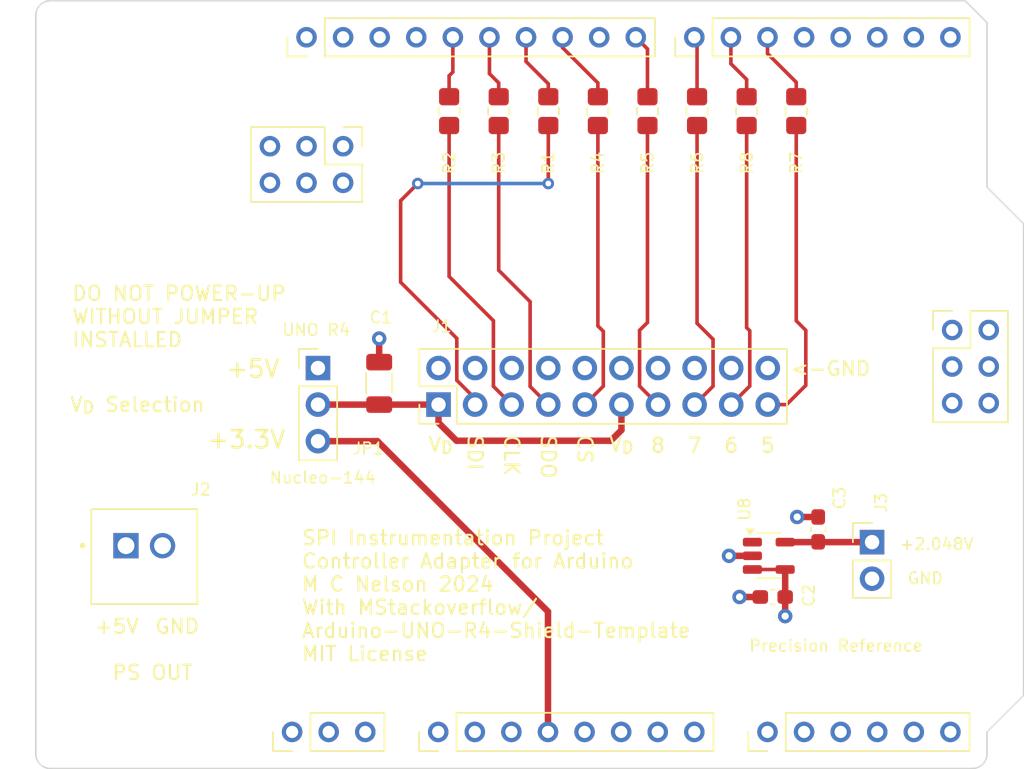
<source format=kicad_pcb>
(kicad_pcb (version 20240108) (generator "pcbnew") (generator_version "8.0")
  (title_block (title "Arduino UNO R4 Shield Template PCB") (date "2023-07-13") (rev "1.0") (company "MStackoverflow"))
  (layers (0 "F.Cu" signal) (1 "In1.Cu" signal) (2 "In2.Cu" signal) (31 "B.Cu" signal) (34 "B.Paste" user) (35 "F.Paste" user) (36 "B.SilkS" user "B.Silkscreen") (37 "F.SilkS" user "F.Silkscreen") (38 "B.Mask" user) (39 "F.Mask" user) (44 "Edge.Cuts" user))
  (net 0 "")
  (net 1 "Earth")
  (net 2 "Vd")
  (net 3 "SPI:CLK")
  (net 4 "SPI:SDI")
  (net 5 "SPI:CS_CNVST")
  (net 6 "CCD:SPR")
  (net 7 "CCD:SH")
  (net 8 "CCD:CLK")
  (net 9 "CCD:ICG")
  (net 10 "SPI:SDO")
  (net 11 "+5V")
  (net 12 "/Vrefout")
  (net 43 "Net-(U6-~D11{slash}COPI)")
  (net 44 "Net-(U6-D13{slash}SCK{slash}CANRX0)")
  (net 45 "Net-(U6-D12{slash}CIPO)")
  (net 46 "Net-(U6-~D10{slash}CS{slash}CANTX0)")
  (net 47 "Net-(U6-D8)")
  (net 48 "Net-(U7-D7)")
  (net 49 "Net-(U7-~D5)")
  (net 50 "Net-(U7-~D6)")
  (net 52 "+3.3V")
  (footprint "Connector_PinHeader_2.54mm:PinHeader_1x03_P2.54mm_Vertical" (layer "F.Cu") (at 126.27 91.56)
    (property "Reference" "JP1" (at 3.49 5.59 180) (layer "F.SilkS") (effects (font (size 0.8 0.8) (thickness 0.12))))
    (property "Value" "Conn_01x03_Male")
    (fp_line (start -1.33 -1.33) (end 0 -1.33) (stroke (width 0.12)) (layer "F.SilkS"))
    (fp_line (start -1.33 0) (end -1.33 -1.33) (stroke (width 0.12)) (layer "F.SilkS"))
    (fp_line (start -1.33 1.27) (end -1.33 6.41) (stroke (width 0.12)) (layer "F.SilkS"))
    (fp_line (start -1.33 1.27) (end 1.33 1.27) (stroke (width 0.12)) (layer "F.SilkS"))
    (fp_line (start -1.33 6.41) (end 1.33 6.41) (stroke (width 0.12)) (layer "F.SilkS"))
    (fp_line (start 1.33 1.27) (end 1.33 6.41) (stroke (width 0.12)) (layer "F.SilkS"))
    (pad "1" thru_hole rect (at 0 0) (size 1.7 1.7) (drill 1) (layers "*.Cu" "*.Mask") (net 11 "+5V"))
    (pad "2" thru_hole oval (at 0 2.54) (size 1.7 1.7) (drill 1) (layers "*.Cu" "*.Mask") (net 2 "Vd"))
    (pad "3" thru_hole oval (at 0 5.08) (size 1.7 1.7) (drill 1) (layers "*.Cu" "*.Mask") (net 52 "+3.3V"))
  )
  (footprint "Capacitor_SMD:C_0603_1608Metric_Pad1.08x0.95mm_HandSolder" (layer "F.Cu") (at 157.845 107.465 180)
    (property "Reference" "C2" (at -2.5025 0.1 90) (layer "F.SilkS") (effects (font (size 0.8 0.8) (thickness 0.12))))
    (property "Value" "10u")
    (fp_line (start -0.146267 0.51) (end 0.146267 0.51) (stroke (width 0.12)) (layer "F.SilkS"))
    (fp_line (start -0.146267 -0.51) (end 0.146267 -0.51) (stroke (width 0.12)) (layer "F.SilkS"))
    (pad "1" smd roundrect (at -0.8625 0 180) (size 1.075 0.95) (layers "F.Cu" "F.Paste" "F.Mask") (net 11 "+5V"))
    (pad "2" smd roundrect (at 0.8625 0 180) (size 1.075 0.95) (layers "F.Cu" "F.Paste" "F.Mask") (net 1 "Earth"))
  )
  (footprint "ArduinoPinSockets:Arduino_PinSocket_1x03_P2.54mm_Vertical" (layer "F.Cu") (at 124.47499 116.84001 90)
    (property "Reference" "U1" (hide yes))
    (property "Value" "OFF" (hide yes))
    (fp_line (start -1.33 -1.33) (end 0 -1.33) (stroke (width 0.12)) (layer "F.SilkS"))
    (fp_line (start -1.33 0) (end -1.33 -1.33) (stroke (width 0.12)) (layer "F.SilkS"))
    (fp_line (start 1.33 1.27) (end 1.33 6.41) (stroke (width 0.12)) (layer "F.SilkS"))
    (fp_line (start -1.33 1.27) (end 1.33 1.27) (stroke (width 0.12)) (layer "F.SilkS"))
    (fp_line (start -1.33 1.27) (end -1.33 6.41) (stroke (width 0.12)) (layer "F.SilkS"))
    (fp_line (start -1.33 6.41) (end 1.33 6.41) (stroke (width 0.12)) (layer "F.SilkS"))
    (pad "1" thru_hole circle (at 0 0 90) (size 1.422 1.422) (drill 0.85) (layers "*.Cu" "*.Mask"))
    (pad "2" thru_hole circle (at 0 2.54 90) (size 1.422 1.422) (drill 0.85) (layers "*.Cu" "*.Mask") (net 1 "Earth"))
    (pad "3" thru_hole circle (at 0 5.08 90) (size 1.422 1.422) (drill 0.85) (layers "*.Cu" "*.Mask"))
  )
  (footprint "Package_TO_SOT_SMD:SOT-23-5" (layer "F.Cu") (at 157.57 104.605)
    (property "Reference" "U8" (at -1.6925 -3.24 90) (layer "F.SilkS") (effects (font (size 0.8 0.8) (thickness 0.12))))
    (property "Value" "LM4132xMF-2.0")
    (fp_line (start 0 -1.56) (end -0.8 -1.56) (stroke (width 0.12)) (layer "F.SilkS"))
    (fp_line (start 0 -1.56) (end 0.8 -1.56) (stroke (width 0.12)) (layer "F.SilkS"))
    (fp_line (start 0 1.56) (end -0.8 1.56) (stroke (width 0.12)) (layer "F.SilkS"))
    (fp_line (start 0 1.56) (end 0.8 1.56) (stroke (width 0.12)) (layer "F.SilkS"))
    (fp_poly (pts (xy -1.3 -1.51) (xy -1.54 -1.84) (xy -1.06 -1.84) (xy -1.3 -1.51)) (stroke (width 0.12)) (fill solid) (layer "F.SilkS"))
    (pad "1" smd roundrect (at -1.1375 -0.95) (size 1.325 0.6) (layers "F.Cu" "F.Paste" "F.Mask"))
    (pad "2" smd roundrect (at -1.1375 0) (size 1.325 0.6) (layers "F.Cu" "F.Paste" "F.Mask") (net 1 "Earth"))
    (pad "3" smd roundrect (at -1.1375 0.95) (size 1.325 0.6) (layers "F.Cu" "F.Paste" "F.Mask") (net 11 "+5V"))
    (pad "4" smd roundrect (at 1.1375 0.95) (size 1.325 0.6) (layers "F.Cu" "F.Paste" "F.Mask") (net 11 "+5V"))
    (pad "5" smd roundrect (at 1.1375 -0.95) (size 1.325 0.6) (layers "F.Cu" "F.Paste" "F.Mask") (net 12 "/Vrefout"))
  )
  (footprint "Resistor_SMD:R_0805_2012Metric_Pad1.20x1.40mm_HandSolder" (layer "F.Cu") (at 156.032857 73.71 -90)
    (property "Reference" "R8" (at 3.6 0 90) (layer "F.SilkS") (effects (font (size 0.8 0.8) (thickness 0.12))))
    (property "Value" "50R")
    (fp_line (start -0.227064 0.735) (end 0.227064 0.735) (stroke (width 0.12)) (layer "F.SilkS"))
    (fp_line (start -0.227064 -0.735) (end 0.227064 -0.735) (stroke (width 0.12)) (layer "F.SilkS"))
    (pad "1" smd roundrect (at -1 0 270) (size 1.2 1.4) (layers "F.Cu" "F.Paste" "F.Mask") (roundrect_rratio 0.208333) (net 50 "Net-(U7-~D6)"))
    (pad "2" smd roundrect (at 1 0 270) (size 1.2 1.4) (layers "F.Cu" "F.Paste" "F.Mask") (roundrect_rratio 0.208333) (net 9 "CCD:ICG"))
  )
  (footprint "ArduinoPinSockets:Arduino_PinSocket_2x03_P2.54mm_Vertical" (layer "F.Cu") (at 170.30199 88.91501)
    (property "Reference" "U5" (hide yes))
    (property "Value" "ICSP" (hide yes))
    (fp_line (start -1.33 -1.33) (end 0 -1.33) (stroke (width 0.12)) (layer "F.SilkS"))
    (fp_line (start -1.33 0) (end -1.33 -1.33) (stroke (width 0.12)) (layer "F.SilkS"))
    (fp_line (start -1.33 1.27) (end -1.33 6.41) (stroke (width 0.12)) (layer "F.SilkS"))
    (fp_line (start -1.33 1.27) (end 1.27 1.27) (stroke (width 0.12)) (layer "F.SilkS"))
    (fp_line (start -1.33 6.41) (end 3.87 6.41) (stroke (width 0.12)) (layer "F.SilkS"))
    (fp_line (start 1.27 -1.33) (end 3.87 -1.33) (stroke (width 0.12)) (layer "F.SilkS"))
    (fp_line (start 1.27 1.27) (end 1.27 -1.33) (stroke (width 0.12)) (layer "F.SilkS"))
    (fp_line (start 3.87 -1.33) (end 3.87 6.41) (stroke (width 0.12)) (layer "F.SilkS"))
    (pad "1" thru_hole circle (at 0 0) (size 1.422 1.422) (drill 0.85) (layers "*.Cu" "*.Mask"))
    (pad "2" thru_hole circle (at 2.54 0) (size 1.422 1.422) (drill 0.85) (layers "*.Cu" "*.Mask"))
    (pad "3" thru_hole circle (at 0 2.54) (size 1.422 1.422) (drill 0.85) (layers "*.Cu" "*.Mask"))
    (pad "4" thru_hole circle (at 2.54 2.54) (size 1.422 1.422) (drill 0.85) (layers "*.Cu" "*.Mask"))
    (pad "5" thru_hole circle (at 0 5.08) (size 1.422 1.422) (drill 0.85) (layers "*.Cu" "*.Mask"))
    (pad "6" thru_hole circle (at 2.54 5.08) (size 1.422 1.422) (drill 0.85) (layers "*.Cu" "*.Mask") (net 1 "Earth"))
  )
  (footprint "Resistor_SMD:R_0805_2012Metric_Pad1.20x1.40mm_HandSolder" (layer "F.Cu") (at 145.704286 73.71 -90)
    (property "Reference" "R4" (at 3.6 0 90) (layer "F.SilkS") (effects (font (size 0.8 0.8) (thickness 0.12))))
    (property "Value" "50R")
    (fp_line (start -0.227064 0.735) (end 0.227064 0.735) (stroke (width 0.12)) (layer "F.SilkS"))
    (fp_line (start -0.227064 -0.735) (end 0.227064 -0.735) (stroke (width 0.12)) (layer "F.SilkS"))
    (pad "1" smd roundrect (at -1 0 270) (size 1.2 1.4) (layers "F.Cu" "F.Paste" "F.Mask") (roundrect_rratio 0.208333) (net 46 "Net-(U6-~D10{slash}CS{slash}CANTX0)"))
    (pad "2" smd roundrect (at 1 0 270) (size 1.2 1.4) (layers "F.Cu" "F.Paste" "F.Mask") (roundrect_rratio 0.208333) (net 5 "SPI:CS_CNVST"))
  )
  (footprint "Resistor_SMD:R_0805_2012Metric_Pad1.20x1.40mm_HandSolder" (layer "F.Cu") (at 159.475715 73.71 -90)
    (property "Reference" "R7" (at 3.6 0 90) (layer "F.SilkS") (effects (font (size 0.8 0.8) (thickness 0.12))))
    (property "Value" "50R")
    (fp_line (start -0.227064 0.735) (end 0.227064 0.735) (stroke (width 0.12)) (layer "F.SilkS"))
    (fp_line (start -0.227064 -0.735) (end 0.227064 -0.735) (stroke (width 0.12)) (layer "F.SilkS"))
    (pad "1" smd roundrect (at -1 0 270) (size 1.2 1.4) (layers "F.Cu" "F.Paste" "F.Mask") (roundrect_rratio 0.208333) (net 49 "Net-(U7-~D5)"))
    (pad "2" smd roundrect (at 1 0 270) (size 1.2 1.4) (layers "F.Cu" "F.Paste" "F.Mask") (roundrect_rratio 0.208333) (net 8 "CCD:CLK"))
  )
  (footprint "Capacitor_SMD:C_1206_3216Metric" (layer "F.Cu") (at 130.52 92.625 90)
    (property "Reference" "C1" (at 4.585 0.11 180) (layer "F.SilkS") (effects (font (size 0.8 0.8) (thickness 0.12))))
    (property "Value" "10uF")
    (fp_line (start -0.711252 -0.91) (end 0.711252 -0.91) (stroke (width 0.12)) (layer "F.SilkS"))
    (fp_line (start -0.711252 0.91) (end 0.711252 0.91) (stroke (width 0.12)) (layer "F.SilkS"))
    (pad "1" smd roundrect (at -1.475 0 90) (size 1.15 1.8) (layers "F.Cu" "F.Paste" "F.Mask") (roundrect_rratio 0.217391) (net 2 "Vd"))
    (pad "2" smd roundrect (at 1.475 0 90) (size 1.15 1.8) (layers "F.Cu" "F.Paste" "F.Mask") (roundrect_rratio 0.217391) (net 1 "Earth"))
  )
  (footprint "Resistor_SMD:R_0805_2012Metric_Pad1.20x1.40mm_HandSolder" (layer "F.Cu") (at 138.818572 73.71 -90)
    (property "Reference" "R3" (at 3.6 0 90) (layer "F.SilkS") (effects (font (size 0.8 0.8) (thickness 0.12))))
    (property "Value" "50R")
    (fp_line (start -0.227064 0.735) (end 0.227064 0.735) (stroke (width 0.12)) (layer "F.SilkS"))
    (fp_line (start -0.227064 -0.735) (end 0.227064 -0.735) (stroke (width 0.12)) (layer "F.SilkS"))
    (pad "1" smd roundrect (at -1 0 270) (size 1.2 1.4) (layers "F.Cu" "F.Paste" "F.Mask") (roundrect_rratio 0.208333) (net 45 "Net-(U6-D12{slash}CIPO)"))
    (pad "2" smd roundrect (at 1 0 270) (size 1.2 1.4) (layers "F.Cu" "F.Paste" "F.Mask") (roundrect_rratio 0.208333) (net 10 "SPI:SDO"))
  )
  (footprint "ArduinoMountingHoles:Arduino_MountingHole" (layer "F.Cu") (at 172.72 83.82001)
    (property "Reference" "H1" (hide yes))
    (property "Value" "MountingHole1" (hide yes))
    (pad "" np_thru_hole circle (at 0 0) (size 3.19989 3.19989) (drill 3.19989) (layers "F&B.Cu" "*.Mask"))
  )
  (footprint "Connector_PinHeader_2.54mm:PinHeader_1x02_P2.54mm_Vertical" (layer "F.Cu") (at 164.74 103.655)
    (property "Reference" "J3" (at 0.6275 -2.73 90) (layer "F.SilkS") (effects (font (size 0.8 0.8) (thickness 0.12))))
    (property "Value" "Conn_01x02_Male")
    (fp_line (start -1.33 -1.33) (end 0 -1.33) (stroke (width 0.12)) (layer "F.SilkS"))
    (fp_line (start -1.33 0) (end -1.33 -1.33) (stroke (width 0.12)) (layer "F.SilkS"))
    (fp_line (start -1.33 1.27) (end -1.33 3.87) (stroke (width 0.12)) (layer "F.SilkS"))
    (fp_line (start -1.33 1.27) (end 1.33 1.27) (stroke (width 0.12)) (layer "F.SilkS"))
    (fp_line (start -1.33 3.87) (end 1.33 3.87) (stroke (width 0.12)) (layer "F.SilkS"))
    (fp_line (start 1.33 1.27) (end 1.33 3.87) (stroke (width 0.12)) (layer "F.SilkS"))
    (pad "1" thru_hole rect (at 0 0) (size 1.7 1.7) (drill 1) (layers "*.Cu" "*.Mask") (net 12 "/Vrefout"))
    (pad "2" thru_hole oval (at 0 2.54) (size 1.7 1.7) (drill 1) (layers "*.Cu" "*.Mask") (net 1 "Earth"))
  )
  (footprint "ArduinoPinSockets:Arduino_PinSocket_1x08_P2.54mm_Vertical" (layer "F.Cu") (at 152.39999 68.58001 90)
    (property "Reference" "U7" (hide yes))
    (property "Value" "Digital_2" (hide yes))
    (fp_line (start -1.33 -1.33) (end 0 -1.33) (stroke (width 0.12)) (layer "F.SilkS"))
    (fp_line (start -1.33 0) (end -1.33 -1.33) (stroke (width 0.12)) (layer "F.SilkS"))
    (fp_line (start 1.33 1.27) (end 1.33 19.11) (stroke (width 0.12)) (layer "F.SilkS"))
    (fp_line (start -1.33 1.27) (end 1.33 1.27) (stroke (width 0.12)) (layer "F.SilkS"))
    (fp_line (start -1.33 1.27) (end -1.33 19.11) (stroke (width 0.12)) (layer "F.SilkS"))
    (fp_line (start -1.33 19.11) (end 1.33 19.11) (stroke (width 0.12)) (layer "F.SilkS"))
    (pad "11" thru_hole circle (at 0 0 90) (size 1.422 1.422) (drill 0.85) (layers "*.Cu" "*.Mask") (net 48 "Net-(U7-D7)"))
    (pad "12" thru_hole circle (at 0 2.54 90) (size 1.422 1.422) (drill 0.85) (layers "*.Cu" "*.Mask") (net 50 "Net-(U7-~D6)"))
    (pad "13" thru_hole circle (at 0 5.08 90) (size 1.422 1.422) (drill 0.85) (layers "*.Cu" "*.Mask") (net 49 "Net-(U7-~D5)"))
    (pad "14" thru_hole circle (at 0 7.62 90) (size 1.422 1.422) (drill 0.85) (layers "*.Cu" "*.Mask"))
    (pad "15" thru_hole circle (at 0 10.16 90) (size 1.422 1.422) (drill 0.85) (layers "*.Cu" "*.Mask"))
    (pad "16" thru_hole circle (at 0 12.7 90) (size 1.422 1.422) (drill 0.85) (layers "*.Cu" "*.Mask"))
    (pad "17" thru_hole circle (at 0 15.24 90) (size 1.422 1.422) (drill 0.85) (layers "*.Cu" "*.Mask"))
    (pad "18" thru_hole circle (at 0 17.78 90) (size 1.422 1.422) (drill 0.85) (layers "*.Cu" "*.Mask"))
  )
  (footprint "Resistor_SMD:R_0805_2012Metric_Pad1.20x1.40mm_HandSolder" (layer "F.Cu") (at 149.147143 73.71 -90)
    (property "Reference" "R5" (at 3.6 0 90) (layer "F.SilkS") (effects (font (size 0.8 0.8) (thickness 0.12))))
    (property "Value" "50R")
    (fp_line (start -0.227064 0.735) (end 0.227064 0.735) (stroke (width 0.12)) (layer "F.SilkS"))
    (fp_line (start -0.227064 -0.735) (end 0.227064 -0.735) (stroke (width 0.12)) (layer "F.SilkS"))
    (pad "1" smd roundrect (at -1 0 270) (size 1.2 1.4) (layers "F.Cu" "F.Paste" "F.Mask") (roundrect_rratio 0.208333) (net 47 "Net-(U6-D8)"))
    (pad "2" smd roundrect (at 1 0 270) (size 1.2 1.4) (layers "F.Cu" "F.Paste" "F.Mask") (roundrect_rratio 0.208333) (net 6 "CCD:SPR"))
  )
  (footprint "ArduinoPinSockets:Arduino_PinSocket_1x10_P2.54mm_Vertical" (layer "F.Cu") (at 125.476 68.58 90)
    (property "Reference" "U6" (hide yes))
    (property "Value" "Digital_1" (hide yes))
    (fp_line (start -1.33 -1.33) (end 0 -1.33) (stroke (width 0.12)) (layer "F.SilkS"))
    (fp_line (start -1.33 0) (end -1.33 -1.33) (stroke (width 0.12)) (layer "F.SilkS"))
    (fp_line (start 1.33 1.27) (end 1.33 24.19) (stroke (width 0.12)) (layer "F.SilkS"))
    (fp_line (start -1.33 1.27) (end 1.33 1.27) (stroke (width 0.12)) (layer "F.SilkS"))
    (fp_line (start -1.33 1.27) (end -1.33 24.19) (stroke (width 0.12)) (layer "F.SilkS"))
    (fp_line (start -1.33 24.19) (end 1.33 24.19) (stroke (width 0.12)) (layer "F.SilkS"))
    (pad "1" thru_hole circle (at 0 0 90) (size 1.422 1.422) (drill 0.85) (layers "*.Cu" "*.Mask"))
    (pad "2" thru_hole circle (at 0 2.54 90) (size 1.422 1.422) (drill 0.85) (layers "*.Cu" "*.Mask"))
    (pad "3" thru_hole circle (at 0 5.08 90) (size 1.422 1.422) (drill 0.85) (layers "*.Cu" "*.Mask"))
    (pad "4" thru_hole circle (at 0 7.62 90) (size 1.422 1.422) (drill 0.85) (layers "*.Cu" "*.Mask") (net 1 "Earth"))
    (pad "5" thru_hole circle (at 0 10.16 90) (size 1.422 1.422) (drill 0.85) (layers "*.Cu" "*.Mask") (net 44 "Net-(U6-D13{slash}SCK{slash}CANRX0)"))
    (pad "6" thru_hole circle (at 0 12.7 90) (size 1.422 1.422) (drill 0.85) (layers "*.Cu" "*.Mask") (net 45 "Net-(U6-D12{slash}CIPO)"))
    (pad "7" thru_hole circle (at 0 15.24 90) (size 1.422 1.422) (drill 0.85) (layers "*.Cu" "*.Mask") (net 43 "Net-(U6-~D11{slash}COPI)"))
    (pad "8" thru_hole circle (at 0 17.78 90) (size 1.422 1.422) (drill 0.85) (layers "*.Cu" "*.Mask") (net 46 "Net-(U6-~D10{slash}CS{slash}CANTX0)"))
    (pad "9" thru_hole circle (at 0 20.32 90) (size 1.422 1.422) (drill 0.85) (layers "*.Cu" "*.Mask"))
    (pad "10" thru_hole circle (at 0 22.86 90) (size 1.422 1.422) (drill 0.85) (layers "*.Cu" "*.Mask") (net 47 "Net-(U6-D8)"))
  )
  (footprint "ArduinoMountingHoles:Arduino_MountingHole" (layer "F.Cu") (at 120.65 116.84)
    (property "Reference" "H4" (hide yes))
    (property "Value" "MountingHole4" (hide yes))
    (pad "" np_thru_hole circle (at 0 0) (size 3.19989 3.19989) (drill 3.19989) (layers "F&B.Cu" "*.Mask"))
  )
  (footprint "ArduinoPinSockets:Arduino_PinSocket_1x06_P2.54mm_Vertical" (layer "F.Cu") (at 157.48 116.84 90)
    (property "Reference" "U3" (hide yes))
    (property "Value" "Analog_2" (hide yes))
    (fp_line (start -1.33 -1.33) (end 0 -1.33) (stroke (width 0.12)) (layer "F.SilkS"))
    (fp_line (start -1.33 0) (end -1.33 -1.33) (stroke (width 0.12)) (layer "F.SilkS"))
    (fp_line (start 1.33 1.27) (end 1.33 14.03) (stroke (width 0.12)) (layer "F.SilkS"))
    (fp_line (start -1.33 1.27) (end 1.33 1.27) (stroke (width 0.12)) (layer "F.SilkS"))
    (fp_line (start -1.33 1.27) (end -1.33 14.03) (stroke (width 0.12)) (layer "F.SilkS"))
    (fp_line (start -1.33 14.03) (end 1.33 14.03) (stroke (width 0.12)) (layer "F.SilkS"))
    (pad "9" thru_hole circle (at 0 0 90) (size 1.422 1.422) (drill 0.85) (layers "*.Cu" "*.Mask"))
    (pad "10" thru_hole circle (at 0 2.54 90) (size 1.422 1.422) (drill 0.85) (layers "*.Cu" "*.Mask"))
    (pad "11" thru_hole circle (at 0 5.08 90) (size 1.422 1.422) (drill 0.85) (layers "*.Cu" "*.Mask"))
    (pad "12" thru_hole circle (at 0 7.62 90) (size 1.422 1.422) (drill 0.85) (layers "*.Cu" "*.Mask"))
    (pad "13" thru_hole circle (at 0 10.16 90) (size 1.422 1.422) (drill 0.85) (layers "*.Cu" "*.Mask"))
    (pad "14" thru_hole circle (at 0 12.7 90) (size 1.422 1.422) (drill 0.85) (layers "*.Cu" "*.Mask"))
  )
  (footprint "ArduinoPinSockets:Arduino_PinSocket_1x08_P2.54mm_Vertical" (layer "F.Cu") (at 134.62 116.84 90)
    (property "Reference" "U2" (hide yes))
    (property "Value" "Analog_1" (hide yes))
    (fp_line (start -1.33 -1.33) (end 0 -1.33) (stroke (width 0.12)) (layer "F.SilkS"))
    (fp_line (start -1.33 0) (end -1.33 -1.33) (stroke (width 0.12)) (layer "F.SilkS"))
    (fp_line (start 1.33 1.27) (end 1.33 19.11) (stroke (width 0.12)) (layer "F.SilkS"))
    (fp_line (start -1.33 1.27) (end 1.33 1.27) (stroke (width 0.12)) (layer "F.SilkS"))
    (fp_line (start -1.33 1.27) (end -1.33 19.11) (stroke (width 0.12)) (layer "F.SilkS"))
    (fp_line (start -1.33 19.11) (end 1.33 19.11) (stroke (width 0.12)) (layer "F.SilkS"))
    (pad "1" thru_hole circle (at 0 0 90) (size 1.422 1.422) (drill 0.85) (layers "*.Cu" "*.Mask"))
    (pad "2" thru_hole circle (at 0 2.54 90) (size 1.422 1.422) (drill 0.85) (layers "*.Cu" "*.Mask"))
    (pad "3" thru_hole circle (at 0 5.08 90) (size 1.422 1.422) (drill 0.85) (layers "*.Cu" "*.Mask"))
    (pad "4" thru_hole circle (at 0 7.62 90) (size 1.422 1.422) (drill 0.85) (layers "*.Cu" "*.Mask") (net 52 "+3.3V"))
    (pad "5" thru_hole circle (at 0 10.16 90) (size 1.422 1.422) (drill 0.85) (layers "*.Cu" "*.Mask") (net 11 "+5V"))
    (pad "6" thru_hole circle (at 0 12.7 90) (size 1.422 1.422) (drill 0.85) (layers "*.Cu" "*.Mask") (net 1 "Earth"))
    (pad "7" thru_hole circle (at 0 15.24 90) (size 1.422 1.422) (drill 0.85) (layers "*.Cu" "*.Mask") (net 1 "Earth"))
    (pad "8" thru_hole circle (at 0 17.78 90) (size 1.422 1.422) (drill 0.85) (layers "*.Cu" "*.Mask"))
  )
  (footprint "Capacitor_SMD:C_0603_1608Metric_Pad1.08x0.95mm_HandSolder" (layer "F.Cu") (at 161 102.77 90)
    (property "Reference" "C3" (at 2.175 1.4775 90) (layer "F.SilkS") (effects (font (size 0.8 0.8) (thickness 0.12))))
    (property "Value" "1uF")
    (fp_line (start -0.146267 -0.51) (end 0.146267 -0.51) (stroke (width 0.12)) (layer "F.SilkS"))
    (fp_line (start -0.146267 0.51) (end 0.146267 0.51) (stroke (width 0.12)) (layer "F.SilkS"))
    (pad "1" smd roundrect (at -0.8625 0 90) (size 1.075 0.95) (layers "F.Cu" "F.Paste" "F.Mask") (net 12 "/Vrefout"))
    (pad "2" smd roundrect (at 0.8625 0 90) (size 1.075 0.95) (layers "F.Cu" "F.Paste" "F.Mask") (net 1 "Earth"))
  )
  (footprint "Resistor_SMD:R_0805_2012Metric_Pad1.20x1.40mm_HandSolder" (layer "F.Cu") (at 135.375715 73.71 -90)
    (property "Reference" "R2" (at 3.6 0 90) (layer "F.SilkS") (effects (font (size 0.8 0.8) (thickness 0.12))))
    (property "Value" "50R")
    (fp_line (start -0.227064 0.735) (end 0.227064 0.735) (stroke (width 0.12)) (layer "F.SilkS"))
    (fp_line (start -0.227064 -0.735) (end 0.227064 -0.735) (stroke (width 0.12)) (layer "F.SilkS"))
    (pad "1" smd roundrect (at -1 0 270) (size 1.2 1.4) (layers "F.Cu" "F.Paste" "F.Mask") (roundrect_rratio 0.208333) (net 44 "Net-(U6-D13{slash}SCK{slash}CANRX0)"))
    (pad "2" smd roundrect (at 1 0 270) (size 1.2 1.4) (layers "F.Cu" "F.Paste" "F.Mask") (roundrect_rratio 0.208333) (net 3 "SPI:CLK"))
  )
  (footprint "705430001:MOLEX_705430001" (layer "F.Cu") (at 114.21 103.9 180)
    (property "Reference" "J2" (at -3.92 3.9 360) (layer "F.SilkS") (effects (font (size 0.8 0.8) (thickness 0.12))))
    (property "Value" "705430001")
    (fp_line (start 3.685 2.54) (end -3.685 2.54) (stroke (width 0.127)) (layer "F.SilkS"))
    (fp_line (start 3.685 -4.06) (end 3.685 2.54) (stroke (width 0.127)) (layer "F.SilkS"))
    (fp_line (start -3.685 2.54) (end -3.685 -4.06) (stroke (width 0.127)) (layer "F.SilkS"))
    (fp_line (start -3.685 -4.06) (end 3.685 -4.06) (stroke (width 0.127)) (layer "F.SilkS"))
    (fp_circle (center 4.28 0) (end 4.38 0) (stroke (width 0.2)) (fill none) (layer "F.SilkS"))
    (pad "1" thru_hole rect (at 1.27 0 180) (size 1.755 1.755) (drill 1.17) (layers "*.Cu" "*.Mask") (net 11 "+5V"))
    (pad "2" thru_hole circle (at -1.27 0 180) (size 1.755 1.755) (drill 1.17) (layers "*.Cu" "*.Mask") (net 1 "Earth"))
  )
  (footprint "Connector_PinHeader_2.54mm:PinHeader_2x10_P2.54mm_Vertical" (layer "F.Cu") (at 134.64 94.1 90)
    (property "Reference" "J1" (at 5.44 0.22 180) (layer "F.SilkS") (effects (font (size 0.8 0.8) (thickness 0.12))))
    (property "Value" "Conn_02x10_Odd_Even")
    (fp_line (start 3.87 -1.33) (end 3.87 24.19) (stroke (width 0.12)) (layer "F.SilkS"))
    (fp_line (start 1.27 -1.33) (end 3.87 -1.33) (stroke (width 0.12)) (layer "F.SilkS"))
    (fp_line (start -1.33 -1.33) (end 0 -1.33) (stroke (width 0.12)) (layer "F.SilkS"))
    (fp_line (start -1.33 0) (end -1.33 -1.33) (stroke (width 0.12)) (layer "F.SilkS"))
    (fp_line (start 1.27 1.27) (end 1.27 -1.33) (stroke (width 0.12)) (layer "F.SilkS"))
    (fp_line (start -1.33 1.27) (end 1.27 1.27) (stroke (width 0.12)) (layer "F.SilkS"))
    (fp_line (start -1.33 1.27) (end -1.33 24.19) (stroke (width 0.12)) (layer "F.SilkS"))
    (fp_line (start -1.33 24.19) (end 3.87 24.19) (stroke (width 0.12)) (layer "F.SilkS"))
    (pad "1" thru_hole rect (at 0 0 90) (size 1.7 1.7) (drill 1) (layers "*.Cu" "*.Mask") (net 2 "Vd"))
    (pad "2" thru_hole oval (at 2.54 0 90) (size 1.7 1.7) (drill 1) (layers "*.Cu" "*.Mask") (net 1 "Earth"))
    (pad "3" thru_hole oval (at 0 2.54 90) (size 1.7 1.7) (drill 1) (layers "*.Cu" "*.Mask") (net 4 "SPI:SDI"))
    (pad "4" thru_hole oval (at 2.54 2.54 90) (size 1.7 1.7) (drill 1) (layers "*.Cu" "*.Mask") (net 1 "Earth"))
    (pad "5" thru_hole oval (at 0 5.08 90) (size 1.7 1.7) (drill 1) (layers "*.Cu" "*.Mask") (net 3 "SPI:CLK"))
    (pad "6" thru_hole oval (at 2.54 5.08 90) (size 1.7 1.7) (drill 1) (layers "*.Cu" "*.Mask") (net 1 "Earth"))
    (pad "7" thru_hole oval (at 0 7.62 90) (size 1.7 1.7) (drill 1) (layers "*.Cu" "*.Mask") (net 10 "SPI:SDO"))
    (pad "8" thru_hole oval (at 2.54 7.62 90) (size 1.7 1.7) (drill 1) (layers "*.Cu" "*.Mask") (net 1 "Earth"))
    (pad "9" thru_hole oval (at 0 10.16 90) (size 1.7 1.7) (drill 1) (layers "*.Cu" "*.Mask") (net 5 "SPI:CS_CNVST"))
    (pad "10" thru_hole oval (at 2.54 10.16 90) (size 1.7 1.7) (drill 1) (layers "*.Cu" "*.Mask") (net 1 "Earth"))
    (pad "11" thru_hole oval (at 0 12.7 90) (size 1.7 1.7) (drill 1) (layers "*.Cu" "*.Mask") (net 2 "Vd"))
    (pad "12" thru_hole oval (at 2.54 12.7 90) (size 1.7 1.7) (drill 1) (layers "*.Cu" "*.Mask") (net 1 "Earth"))
    (pad "13" thru_hole oval (at 0 15.24 90) (size 1.7 1.7) (drill 1) (layers "*.Cu" "*.Mask") (net 6 "CCD:SPR"))
    (pad "14" thru_hole oval (at 2.54 15.24 90) (size 1.7 1.7) (drill 1) (layers "*.Cu" "*.Mask") (net 1 "Earth"))
    (pad "15" thru_hole oval (at 0 17.78 90) (size 1.7 1.7) (drill 1) (layers "*.Cu" "*.Mask") (net 7 "CCD:SH"))
    (pad "16" thru_hole oval (at 2.54 17.78 90) (size 1.7 1.7) (drill 1) (layers "*.Cu" "*.Mask") (net 1 "Earth"))
    (pad "17" thru_hole oval (at 0 20.32 90) (size 1.7 1.7) (drill 1) (layers "*.Cu" "*.Mask") (net 9 "CCD:ICG"))
    (pad "18" thru_hole oval (at 2.54 20.32 90) (size 1.7 1.7) (drill 1) (layers "*.Cu" "*.Mask") (net 1 "Earth"))
    (pad "19" thru_hole oval (at 0 22.86 90) (size 1.7 1.7) (drill 1) (layers "*.Cu" "*.Mask") (net 8 "CCD:CLK"))
    (pad "20" thru_hole oval (at 2.54 22.86 90) (size 1.7 1.7) (drill 1) (layers "*.Cu" "*.Mask") (net 1 "Earth"))
  )
  (footprint "ArduinoMountingHoles:Arduino_MountingHole" (layer "F.Cu") (at 121.91999 68.58001)
    (property "Reference" "H2" (hide yes))
    (property "Value" "MountingHole2" (hide yes))
    (pad "" np_thru_hole circle (at 0 0) (size 3.19989 3.19989) (drill 3.19989) (layers "F&B.Cu" "*.Mask"))
  )
  (footprint "Resistor_SMD:R_0805_2012Metric_Pad1.20x1.40mm_HandSolder" (layer "F.Cu") (at 142.261429 73.71 -90)
    (property "Reference" "R1" (at 3.6 0 90) (layer "F.SilkS") (effects (font (size 0.8 0.8) (thickness 0.12))))
    (property "Value" "50R")
    (fp_line (start -0.227064 0.735) (end 0.227064 0.735) (stroke (width 0.12)) (layer "F.SilkS"))
    (fp_line (start -0.227064 -0.735) (end 0.227064 -0.735) (stroke (width 0.12)) (layer "F.SilkS"))
    (pad "1" smd roundrect (at -1 0 270) (size 1.2 1.4) (layers "F.Cu" "F.Paste" "F.Mask") (roundrect_rratio 0.208333) (net 43 "Net-(U6-~D11{slash}COPI)"))
    (pad "2" smd roundrect (at 1 0 270) (size 1.2 1.4) (layers "F.Cu" "F.Paste" "F.Mask") (roundrect_rratio 0.208333) (net 4 "SPI:SDI"))
  )
  (footprint "ArduinoPinSockets:Arduino_PinSocket_2x03_P2.54mm_Vertical" (layer "F.Cu") (at 128.016 76.1492 -90)
    (property "Reference" "U4" (hide yes))
    (property "Value" "ESP32-S3" (hide yes))
    (fp_line (start -1.33 6.41) (end 3.87 6.41) (stroke (width 0.12)) (layer "F.SilkS"))
    (fp_line (start -1.33 1.27) (end -1.33 6.41) (stroke (width 0.12)) (layer "F.SilkS"))
    (fp_line (start -1.33 1.27) (end 1.27 1.27) (stroke (width 0.12)) (layer "F.SilkS"))
    (fp_line (start 1.27 1.27) (end 1.27 -1.33) (stroke (width 0.12)) (layer "F.SilkS"))
    (fp_line (start -1.33 0) (end -1.33 -1.33) (stroke (width 0.12)) (layer "F.SilkS"))
    (fp_line (start -1.33 -1.33) (end 0 -1.33) (stroke (width 0.12)) (layer "F.SilkS"))
    (fp_line (start 1.27 -1.33) (end 3.87 -1.33) (stroke (width 0.12)) (layer "F.SilkS"))
    (fp_line (start 3.87 -1.33) (end 3.87 6.41) (stroke (width 0.12)) (layer "F.SilkS"))
    (pad "1" thru_hole circle (at 0 0 270) (size 1.422 1.422) (drill 0.85) (layers "*.Cu" "*.Mask"))
    (pad "2" thru_hole circle (at 2.54 0 270) (size 1.422 1.422) (drill 0.85) (layers "*.Cu" "*.Mask"))
    (pad "3" thru_hole circle (at 0 2.54 270) (size 1.422 1.422) (drill 0.85) (layers "*.Cu" "*.Mask"))
    (pad "4" thru_hole circle (at 2.54 2.54 270) (size 1.422 1.422) (drill 0.85) (layers "*.Cu" "*.Mask"))
    (pad "5" thru_hole circle (at 0 5.08 270) (size 1.422 1.422) (drill 0.85) (layers "*.Cu" "*.Mask"))
    (pad "6" thru_hole circle (at 2.54 5.08 270) (size 1.422 1.422) (drill 0.85) (layers "*.Cu" "*.Mask") (net 1 "Earth"))
  )
  (footprint "Resistor_SMD:R_0805_2012Metric_Pad1.20x1.40mm_HandSolder" (layer "F.Cu") (at 152.59 73.71 -90)
    (property "Reference" "R6" (at 3.6 0 90) (layer "F.SilkS") (effects (font (size 0.8 0.8) (thickness 0.12))))
    (property "Value" "50R")
    (fp_line (start -0.227064 0.735) (end 0.227064 0.735) (stroke (width 0.12)) (layer "F.SilkS"))
    (fp_line (start -0.227064 -0.735) (end 0.227064 -0.735) (stroke (width 0.12)) (layer "F.SilkS"))
    (pad "1" smd roundrect (at -1 0 270) (size 1.2 1.4) (layers "F.Cu" "F.Paste" "F.Mask") (roundrect_rratio 0.208333) (net 48 "Net-(U7-D7)"))
    (pad "2" smd roundrect (at 1 0 270) (size 1.2 1.4) (layers "F.Cu" "F.Paste" "F.Mask") (roundrect_rratio 0.208333) (net 7 "CCD:SH"))
  )
  (footprint "ArduinoMountingHoles:Arduino_MountingHole" (layer "F.Cu") (at 172.72 111.76)
    (property "Reference" "H3" (hide yes))
    (property "Value" "MountingHole3" (hide yes))
    (pad "" np_thru_hole circle (at 0 0) (size 3.19989 3.19989) (drill 3.19989) (layers "F&B.Cu" "*.Mask"))
  )
  (gr_line (start 171.196 66.04) (end 172.72 67.564) (stroke (width 0.1)) (layer "Edge.Cuts"))
  (gr_arc (start 107.696 119.38) (mid 106.97758 119.08242) (end 106.68 118.364) (stroke (width 0.1)) (layer "Edge.Cuts"))
  (gr_line (start 172.72 78.994) (end 175.26 81.534) (stroke (width 0.1)) (layer "Edge.Cuts"))
  (gr_arc (start 172.72 118.364) (mid 172.42242 119.08242) (end 171.704 119.38) (stroke (width 0.1)) (layer "Edge.Cuts"))
  (gr_line (start 175.26 81.534) (end 175.26 114.3) (stroke (width 0.1)) (layer "Edge.Cuts"))
  (gr_line (start 171.704 119.38) (end 107.696 119.38) (stroke (width 0.1)) (layer "Edge.Cuts"))
  (gr_line (start 175.26 114.3) (end 172.72 116.84) (stroke (width 0.1)) (layer "Edge.Cuts"))
  (gr_line (start 172.72 67.564) (end 172.72 78.994) (stroke (width 0.1)) (layer "Edge.Cuts"))
  (gr_arc (start 106.68 67.056) (mid 106.97758 66.33758) (end 107.696 66.04) (stroke (width 0.1)) (layer "Edge.Cuts"))
  (gr_line (start 172.72 116.84) (end 172.72 118.364) (stroke (width 0.1)) (layer "Edge.Cuts"))
  (gr_line (start 107.696 66.04) (end 171.196 66.04) (stroke (width 0.1)) (layer "Edge.Cuts"))
  (gr_line (start 106.68 118.364) (end 106.68 67.056) (stroke (width 0.1)) (layer "Edge.Cuts"))
  (gr_text "V_{D}" (at 133.86 96.89 0) (layer "F.SilkS") (effects (font (size 1 1)) (justify left)))
  (gr_text "PS OUT" (at 111.9 113.3 0) (layer "F.SilkS") (effects (font (size 1 1)) (justify left bottom)))
  (gr_text "UNO R4" (at 123.73 89.38 0) (layer "F.SilkS") (effects (font (size 0.8 0.8) (thickness 0.12)) (justify left bottom)))
  (gr_text "V_{D} Selection" (at 118.5 94.1 0) (layer "F.SilkS") (effects (font (size 1 1)) (justify right)))
  (gr_text "+2.048V" (at 166.6 104.26 0) (layer "F.SilkS") (effects (font (size 0.8 0.8) (thickness 0.12)) (justify left bottom)))
  (gr_text "+3.3V" (at 118.5 97.23 0) (layer "F.SilkS") (effects (font (size 1.2 1.2) (thickness 0.18)) (justify left bottom)))
  (gr_text "GND" (at 114.88 110.1 0) (layer "F.SilkS") (effects (font (size 1 1)) (justify left bottom)))
  (gr_text "Precision Reference" (at 156.14 111.32 0) (layer "F.SilkS") (effects (font (size 0.8 0.8) (thickness 0.12)) (justify left bottom)))
  (gr_text "GND" (at 167.14 106.63 0) (layer "F.SilkS") (effects (font (size 0.8 0.8) (thickness 0.12)) (justify left bottom)))
  (gr_text "+5V" (at 110.68 110.1 0) (layer "F.SilkS") (effects (font (size 1 1)) (justify left bottom)))
  (gr_text "SPI Instrumentation Project\nController Adapter for Arduino\nM C Nelson 2024\nWith MStackoverflow/\nArduino-UNO-R4-Shield-Template\nMIT License" (at 125.07 111.99 0) (layer "F.SilkS") (effects (font (size 1 1)) (justify left bottom)))
  (gr_text "7" (at 152.42 96.35 0) (layer "F.SilkS") (effects (font (size 1 1)) (justify top)))
  (gr_text "+5V" (at 119.81 92.32 0) (layer "F.SilkS") (effects (font (size 1.2 1.2) (thickness 0.18)) (justify left bottom)))
  (gr_text "SDI" (at 137.18 96.12 -90) (layer "F.SilkS") (effects (font (size 1 1)) (justify left)))
  (gr_text "8" (at 149.88 96.35 0) (layer "F.SilkS") (effects (font (size 1 1)) (justify top)))
  (gr_text "<-GND" (at 159 91.6 0) (layer "F.SilkS") (effects (font (size 1 1)) (justify left)))
  (gr_text "SDO" (at 142.26 96.12 270) (layer "F.SilkS") (effects (font (size 1 1)) (justify left)))
  (gr_text "CS" (at 144.8 96.12 270) (layer "F.SilkS") (effects (font (size 1 1)) (justify left)))
  (gr_text "Nucleo-144" (at 122.85 99.64 0) (layer "F.SilkS") (effects (font (size 0.8 0.8) (thickness 0.12)) (justify left bottom)))
  (gr_text "6" (at 154.96 96.35 0) (layer "F.SilkS") (effects (font (size 1 1)) (justify top)))
  (gr_text "5" (at 157.5 96.35 0) (layer "F.SilkS") (effects (font (size 1 1)) (justify top)))
  (gr_text "DO NOT POWER-UP \nWITHOUT JUMPER\nINSTALLED" (at 109.12 90.18 0) (layer "F.SilkS") (effects (font (size 1 1)) (justify left bottom)))
  (gr_text "V_{D}" (at 147.34 96.89 0) (layer "F.SilkS") (effects (font (size 1 1))))
  (gr_text "CLK" (at 139.72 96.12 270) (layer "F.SilkS") (effects (font (size 1 1)) (justify left)))
  (segment (start 156.9825 107.465) (end 155.54 107.465) (width 0.45) (layer "F.Cu") (net 1))
  (segment (start 130.52 91.15) (end 130.52 89.51) (width 0.45) (layer "F.Cu") (net 1))
  (segment (start 159.54 101.9075) (end 161 101.9075) (width 0.45) (layer "F.Cu") (net 1))
  (segment (start 156.4325 104.605) (end 154.81 104.605) (width 0.45) (layer "F.Cu") (net 1))
  (via (at 154.81 104.605) (size 1) (drill 0.5) (layers "F.Cu" "B.Cu") (net 1))
  (via (at 159.54 101.9075) (size 1) (drill 0.5) (layers "F.Cu" "B.Cu") (net 1))
  (via (at 155.54 107.465) (size 1) (drill 0.5) (layers "F.Cu" "B.Cu") (net 1))
  (via (at 130.52 89.51) (size 1) (drill 0.5) (layers "F.Cu" "B.Cu") (net 1))
  (segment (start 135.89 96.61) (end 146.6 96.61) (width 0.45) (layer "F.Cu") (net 2))
  (segment (start 134.64 94.1) (end 126.27 94.1) (width 0.45) (layer "F.Cu") (net 2))
  (segment (start 134.64 95.36) (end 135.89 96.61) (width 0.45) (layer "F.Cu") (net 2))
  (segment (start 146.6 96.61) (end 147.34 95.87) (width 0.45) (layer "F.Cu") (net 2))
  (segment (start 147.34 95.87) (end 147.34 94.1) (width 0.45) (layer "F.Cu") (net 2))
  (segment (start 134.64 94.1) (end 134.64 95.36) (width 0.45) (layer "F.Cu") (net 2))
  (segment (start 138.45 88.27) (end 135.375715 85.195715) (width 0.25) (layer "F.Cu") (net 3))
  (segment (start 138.45 92.83) (end 138.45 88.27) (width 0.25) (layer "F.Cu") (net 3))
  (segment (start 135.375715 85.195715) (end 135.375715 74.71) (width 0.25) (layer "F.Cu") (net 3))
  (segment (start 139.72 94.1) (end 138.45 92.83) (width 0.25) (layer "F.Cu") (net 3))
  (segment (start 132.01 85.6) (end 132.01 79.93) (width 0.25) (layer "F.Cu") (net 4))
  (segment (start 132.01 79.93) (end 133.2 78.74) (width 0.25) (layer "F.Cu") (net 4))
  (segment (start 137.18 94.1) (end 137.18 93.68) (width 0.25) (layer "F.Cu") (net 4))
  (segment (start 137.18 93.68) (end 135.91 92.41) (width 0.25) (layer "F.Cu") (net 4))
  (segment (start 142.261429 74.71) (end 142.261429 78.74) (width 0.25) (layer "F.Cu") (net 4))
  (segment (start 135.91 89.5) (end 132.01 85.6) (width 0.25) (layer "F.Cu") (net 4))
  (segment (start 135.91 92.41) (end 135.91 89.5) (width 0.25) (layer "F.Cu") (net 4))
  (via (at 142.261429 78.74) (size 0.8) (drill 0.4) (layers "F.Cu" "B.Cu") (net 4))
  (via (at 133.2 78.74) (size 0.8) (drill 0.4) (layers "F.Cu" "B.Cu") (net 4))
  (segment (start 133.2 78.74) (end 142.261429 78.74) (width 0.25) (layer "B.Cu") (net 4))
  (segment (start 146.08 89.01) (end 145.704286 88.634286) (width 0.25) (layer "F.Cu") (net 5))
  (segment (start 146.08 92.82) (end 146.08 89.01) (width 0.25) (layer "F.Cu") (net 5))
  (segment (start 145.704286 88.634286) (end 145.704286 74.71) (width 0.25) (layer "F.Cu") (net 5))
  (segment (start 144.8 94.1) (end 146.08 92.82) (width 0.25) (layer "F.Cu") (net 5))
  (segment (start 148.6 92.82) (end 148.6 88.94) (width 0.25) (layer "F.Cu") (net 6))
  (segment (start 149.88 94.1) (end 148.6 92.82) (width 0.25) (layer "F.Cu") (net 6))
  (segment (start 148.6 88.94) (end 149.147143 88.392857) (width 0.25) (layer "F.Cu") (net 6))
  (segment (start 149.147143 88.392857) (end 149.147143 74.71) (width 0.25) (layer "F.Cu") (net 6))
  (segment (start 153.7 89.56) (end 152.59 88.45) (width 0.25) (layer "F.Cu") (net 7))
  (segment (start 152.59 88.45) (end 152.59 74.71) (width 0.25) (layer "F.Cu") (net 7))
  (segment (start 152.42 94.1) (end 153.7 92.82) (width 0.25) (layer "F.Cu") (net 7))
  (segment (start 153.7 92.82) (end 153.7 89.56) (width 0.25) (layer "F.Cu") (net 7))
  (segment (start 160.14 88.94) (end 159.475715 88.275715) (width 0.25) (layer "F.Cu") (net 8))
  (segment (start 157.5 94.1) (end 158.8 94.1) (width 0.25) (layer "F.Cu") (net 8))
  (segment (start 160.14 92.76) (end 160.14 88.94) (width 0.25) (layer "F.Cu") (net 8))
  (segment (start 158.8 94.1) (end 160.14 92.76) (width 0.25) (layer "F.Cu") (net 8))
  (segment (start 159.475715 88.275715) (end 159.475715 74.71) (width 0.25) (layer "F.Cu") (net 8))
  (segment (start 156.032857 88.752857) (end 156.25 88.97) (width 0.25) (layer "F.Cu") (net 9))
  (segment (start 156.25 88.97) (end 156.25 92.81) (width 0.25) (layer "F.Cu") (net 9))
  (segment (start 156.25 92.81) (end 154.96 94.1) (width 0.25) (layer "F.Cu") (net 9))
  (segment (start 156.032857 74.71) (end 156.032857 88.752857) (width 0.25) (layer "F.Cu") (net 9))
  (segment (start 141 86.95) (end 141 92.84) (width 0.25) (layer "F.Cu") (net 10))
  (segment (start 141 92.84) (end 142.26 94.1) (width 0.25) (layer "F.Cu") (net 10))
  (segment (start 138.818572 84.768572) (end 141 86.95) (width 0.25) (layer "F.Cu") (net 10))
  (segment (start 138.818572 74.71) (end 138.818572 84.768572) (width 0.25) (layer "F.Cu") (net 10))
  (segment (start 156.4325 105.555) (end 158.7075 105.555) (width 0.25) (layer "F.Cu") (net 11))
  (segment (start 158.7075 107.465) (end 158.7075 108.795) (width 0.45) (layer "F.Cu") (net 11))
  (segment (start 158.7075 105.555) (end 158.7075 107.465) (width 0.45) (layer "F.Cu") (net 11))
  (via (at 158.7075 108.795) (size 1) (drill 0.5) (layers "F.Cu" "B.Cu") (net 11))
  (segment (start 158.7075 103.655) (end 164.74 103.655) (width 0.45) (layer "F.Cu") (net 12))
  (segment (start 142.261429 71.811429) (end 140.716 70.266) (width 0.25) (layer "F.Cu") (net 43))
  (segment (start 142.261429 72.71) (end 142.261429 71.811429) (width 0.25) (layer "F.Cu") (net 43))
  (segment (start 140.716 70.266) (end 140.716 68.58) (width 0.25) (layer "F.Cu") (net 43))
  (segment (start 135.375715 71.254285) (end 135.636 70.994) (width 0.25) (layer "F.Cu") (net 44))
  (segment (start 135.375715 72.71) (end 135.375715 71.254285) (width 0.25) (layer "F.Cu") (net 44))
  (segment (start 135.636 70.994) (end 135.636 68.58) (width 0.25) (layer "F.Cu") (net 44))
  (segment (start 138.818572 71.748572) (end 138.176 71.106) (width 0.25) (layer "F.Cu") (net 45))
  (segment (start 138.818572 72.71) (end 138.818572 71.748572) (width 0.25) (layer "F.Cu") (net 45))
  (segment (start 138.176 71.106) (end 138.176 68.58) (width 0.25) (layer "F.Cu") (net 45))
  (segment (start 145.704286 71.754286) (end 143.256 69.306) (width 0.25) (layer "F.Cu") (net 46))
  (segment (start 145.704286 72.71) (end 145.704286 71.754286) (width 0.25) (layer "F.Cu") (net 46))
  (segment (start 143.256 69.306) (end 143.256 68.58) (width 0.25) (layer "F.Cu") (net 46))
  (segment (start 149.147143 72.71) (end 149.147143 69.391143) (width 0.25) (layer "F.Cu") (net 47))
  (segment (start 149.147143 69.391143) (end 148.336 68.58) (width 0.25) (layer "F.Cu") (net 47))
  (segment (start 152.59 72.71) (end 152.59 68.77002) (width 0.25) (layer "F.Cu") (net 48))
  (segment (start 152.59 68.77002) (end 152.39999 68.58001) (width 0.25) (layer "F.Cu") (net 48))
  (segment (start 159.475715 71.705715) (end 157.47999 69.70999) (width 0.25) (layer "F.Cu") (net 49))
  (segment (start 157.47999 69.70999) (end 157.47999 68.58001) (width 0.25) (layer "F.Cu") (net 49))
  (segment (start 159.475715 72.71) (end 159.475715 71.705715) (width 0.25) (layer "F.Cu") (net 49))
  (segment (start 154.93999 70.41999) (end 154.93999 68.58001) (width 0.25) (layer "F.Cu") (net 50))
  (segment (start 156.032857 71.512857) (end 154.93999 70.41999) (width 0.25) (layer "F.Cu") (net 50))
  (segment (start 156.032857 72.71) (end 156.032857 71.512857) (width 0.25) (layer "F.Cu") (net 50))
  (segment (start 142.24 108.48) (end 142.24 116.84) (width 0.45) (layer "F.Cu") (net 52))
  (segment (start 130.4 96.64) (end 142.24 108.48) (width 0.45) (layer "F.Cu") (net 52))
  (segment (start 126.27 96.64) (end 130.4 96.64) (width 0.45) (layer "F.Cu") (net 52))
)
</source>
